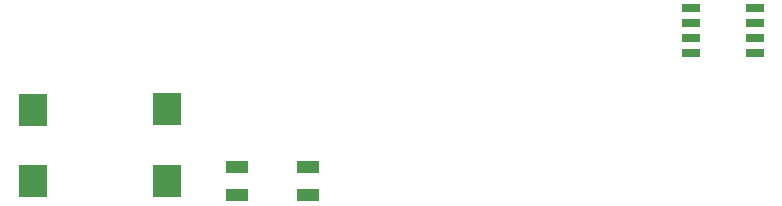
<source format=gtp>
%FSTAX23Y23*%
%MOIN*%
%SFA1B1*%

%IPPOS*%
%ADD14R,0.094488X0.110236*%
%ADD15R,0.060039X0.025591*%
%ADD16R,0.072835X0.039370*%
%LNpcb1-1*%
%LPD*%
G54D14*
X00548Y03D03*
X001D03*
Y03237D03*
X00548Y0324D03*
G54D15*
X02506Y03575D03*
Y03525D03*
Y03475D03*
Y03425D03*
X02293D03*
Y03475D03*
Y03525D03*
Y03575D03*
G54D16*
X00782Y03047D03*
Y02952D03*
X01017D03*
Y03047D03*
M02*
</source>
